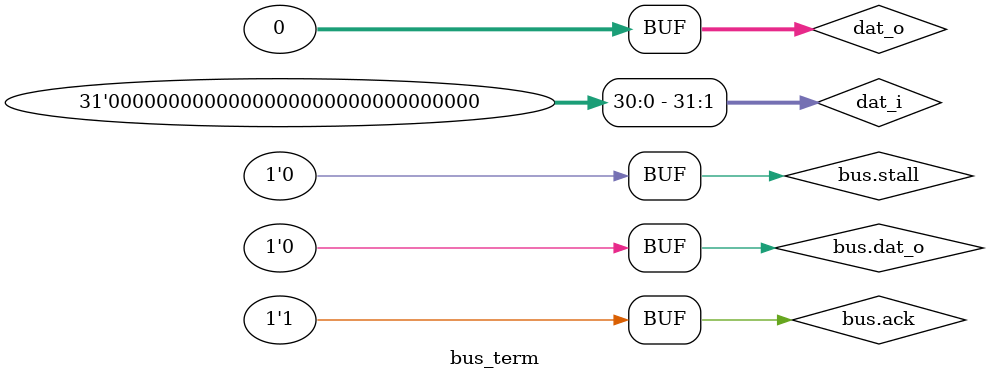
<source format=sv>
`include "wb.vh"

module bus_term(if_wb.slave bus);
  logic [31:0] dat_i, dat_o;

`ifdef NO_MODPORT_EXPRESSIONS
  assign dat_i = bus.dat_m;
  assign bus.dat_s = dat_o;
`else
  assign dat_i = bus.dat_i;
  assign bus.dat_o = dat_o;
`endif

  assign dat_o = 32'h0;
  assign bus.stall = 1'h0;
  assign bus.ack = 1'h1;
  
endmodule // bus_term

</source>
